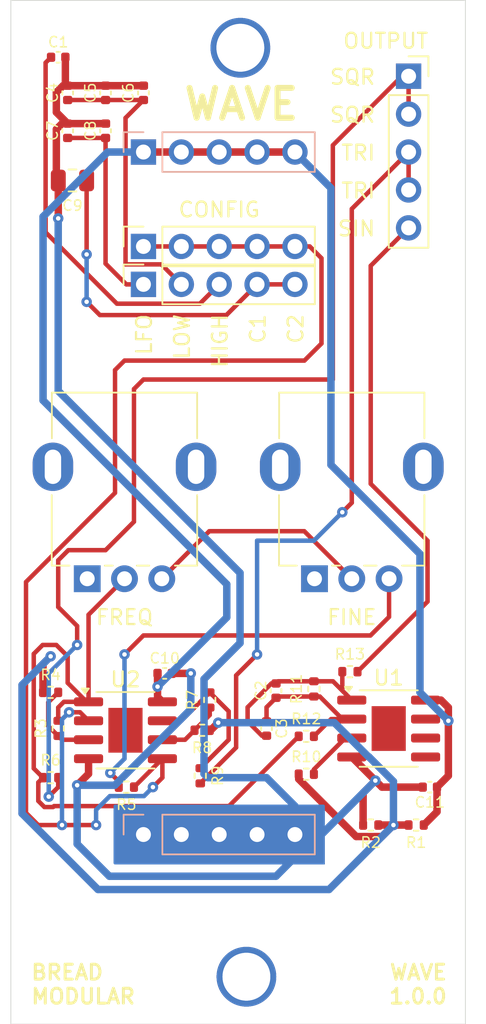
<source format=kicad_pcb>
(kicad_pcb (version 20240108) (generator "pcbnew") (generator_version "8.0")
  (layers (0 "F.Cu" signal) (31 "B.Cu" signal) (34 "B.Paste" user) (35 "F.Paste" user) (36 "B.SilkS" user "B.Silkscreen") (37 "F.SilkS" user "F.Silkscreen") (38 "B.Mask" user) (39 "F.Mask" user) (44 "Edge.Cuts" user))
  (net 0 "")
  (net 1 "GND")
  (net 2 "+5V")
  (net 3 "CAP_CUSTOM")
  (net 4 "CAP_CONNECT")
  (net 5 "CAP_LOW")
  (net 6 "CAP_LFO")
  (net 7 "CAP_HIGH")
  (net 8 "OUT_SQUARE")
  (net 9 "OUT_TRI")
  (net 10 "OUT_SINE")
  (net 11 "Net-(C2-Pad2)")
  (net 12 "Net-(U1A--)")
  (net 13 "+2.5V")
  (net 14 "Net-(U2A-+)")
  (net 15 "OPAMP_SQUARE")
  (net 16 "Net-(R5-Pad2)")
  (net 17 "Net-(R7-Pad2)")
  (net 18 "Net-(U2B--)")
  (net 19 "Net-(U1A-+)")
  (net 20 "Net-(RV1-Pad3)")
  (footprint "BreadModular_Pots:Potentiometer_RV09" (layer "F.Cu") (at 67.35 79.385 90)
    (property "Reference" "RV2")
    (property "Value" "1M")
    (fp_line (start 0.88 -2.38) (end 5.6 -2.38) (stroke (width 0.12)) (layer "F.SilkS"))
    (fp_line (start 9.41 -2.37) (end 12.47 -2.37) (stroke (width 0.12)) (layer "F.SilkS"))
    (fp_line (start 0.88 -1.19) (end 0.88 -2.37) (stroke (width 0.12)) (layer "F.SilkS"))
    (fp_line (start 0.88 1.71) (end 0.88 1.18) (stroke (width 0.12)) (layer "F.SilkS"))
    (fp_line (start 0.88 4.16) (end 0.88 3.33) (stroke (width 0.12)) (layer "F.SilkS"))
    (fp_line (start 12.47 7.37) (end 12.47 -2.37) (stroke (width 0.12)) (layer "F.SilkS"))
    (fp_line (start 9.41 7.37) (end 12.47 7.37) (stroke (width 0.12)) (layer "F.SilkS"))
    (fp_line (start 0.88 7.37) (end 0.88 5.88) (stroke (width 0.12)) (layer "F.SilkS"))
    (fp_line (start 0.88 7.37) (end 5.6 7.37) (stroke (width 0.12)) (layer "F.SilkS"))
    (pad "" thru_hole oval (at 7.5 -2.3 180) (size 2.72 3.24) (drill oval 1.1 2.3) (layers "*.Cu" "*.Mask"))
    (pad "" thru_hole oval (at 7.5 7.3 180) (size 2.72 3.24) (drill oval 1.1 2.3) (layers "*.Cu" "*.Mask"))
    (pad "1" thru_hole rect (at 0 0 180) (size 1.8 1.8) (drill 1) (layers "*.Cu" "*.Mask"))
    (pad "2" thru_hole circle (at 0 2.5 180) (size 1.8 1.8) (drill 1) (layers "*.Cu" "*.Mask") (net 20 "Net-(RV1-Pad3)"))
    (pad "3" thru_hole circle (at 0 5 180) (size 1.8 1.8) (drill 1) (layers "*.Cu" "*.Mask") (net 16 "Net-(R5-Pad2)"))
  )
  (footprint "Resistor_SMD:R_0402_1005Metric" (layer "F.Cu") (at 60.325 87.505 90)
    (property "Reference" "R7" (at 0 -1.17 90) (layer "F.SilkS") (effects (font (size 0.7 0.7) (thickness 0.1))))
    (property "Value" "100k")
    (fp_line (start -0.153641 -0.38) (end 0.153641 -0.38) (stroke (width 0.12)) (layer "F.SilkS"))
    (fp_line (start -0.153641 0.38) (end 0.153641 0.38) (stroke (width 0.12)) (layer "F.SilkS"))
    (pad "1" smd roundrect (at -0.51 0 90) (size 0.54 0.64) (layers "F.Cu" "F.Paste" "F.Mask") (net 18 "Net-(U2B--)"))
    (pad "2" smd roundrect (at 0.51 0 90) (size 0.54 0.64) (layers "F.Cu" "F.Paste" "F.Mask") (net 17 "Net-(R7-Pad2)"))
  )
  (footprint "Resistor_SMD:R_0402_1005Metric" (layer "F.Cu") (at 66.8 89.94)
    (property "Reference" "R12" (at 0 -1.17 0) (layer "F.SilkS") (effects (font (size 0.7 0.7) (thickness 0.1))))
    (property "Value" "10k")
    (fp_line (start -0.153641 -0.38) (end 0.153641 -0.38) (stroke (width 0.12)) (layer "F.SilkS"))
    (fp_line (start -0.153641 0.38) (end 0.153641 0.38) (stroke (width 0.12)) (layer "F.SilkS"))
    (pad "1" smd roundrect (at -0.51 0) (size 0.54 0.64) (layers "F.Cu" "F.Paste" "F.Mask") (net 15 "OPAMP_SQUARE"))
    (pad "2" smd roundrect (at 0.51 0) (size 0.54 0.64) (layers "F.Cu" "F.Paste" "F.Mask") (net 12 "Net-(U1A--)"))
  )
  (footprint "Resistor_SMD:R_0402_1005Metric" (layer "F.Cu") (at 49.655 86.995)
    (property "Reference" "R4" (at 0 -1.17 0) (layer "F.SilkS") (effects (font (size 0.7 0.7) (thickness 0.1))))
    (property "Value" "100k")
    (fp_line (start -0.153641 -0.38) (end 0.153641 -0.38) (stroke (width 0.12)) (layer "F.SilkS"))
    (fp_line (start -0.153641 0.38) (end 0.153641 0.38) (stroke (width 0.12)) (layer "F.SilkS"))
    (pad "1" smd roundrect (at -0.51 0) (size 0.54 0.64) (layers "F.Cu" "F.Paste" "F.Mask") (net 13 "+2.5V"))
    (pad "2" smd roundrect (at 0.51 0) (size 0.54 0.64) (layers "F.Cu" "F.Paste" "F.Mask") (net 14 "Net-(U2A-+)"))
  )
  (footprint "Resistor_SMD:R_0402_1005Metric" (layer "F.Cu") (at 49.655 92.71)
    (property "Reference" "R6" (at 0 -1.17 0) (layer "F.SilkS") (effects (font (size 0.7 0.7) (thickness 0.1))))
    (property "Value" "1k")
    (fp_line (start -0.153641 -0.38) (end 0.153641 -0.38) (stroke (width 0.12)) (layer "F.SilkS"))
    (fp_line (start -0.153641 0.38) (end 0.153641 0.38) (stroke (width 0.12)) (layer "F.SilkS"))
    (pad "1" smd roundrect (at -0.51 0) (size 0.54 0.64) (layers "F.Cu" "F.Paste" "F.Mask") (net 15 "OPAMP_SQUARE"))
    (pad "2" smd roundrect (at 0.51 0) (size 0.54 0.64) (layers "F.Cu" "F.Paste" "F.Mask") (net 8 "OUT_SQUARE"))
  )
  (footprint "Capacitor_SMD:C_0402_1005Metric" (layer "F.Cu") (at 57.305 85.725)
    (property "Reference" "C10" (at 0 -1.016 0) (layer "F.SilkS") (effects (font (size 0.7 0.7) (thickness 0.1))))
    (property "Value" "0.1uf")
    (fp_line (start -0.107836 -0.36) (end 0.107836 -0.36) (stroke (width 0.12)) (layer "F.SilkS"))
    (fp_line (start -0.107836 0.36) (end 0.107836 0.36) (stroke (width 0.12)) (layer "F.SilkS"))
    (pad "1" smd roundrect (at -0.48 0) (size 0.56 0.62) (layers "F.Cu" "F.Paste" "F.Mask") (net 2 "+5V"))
    (pad "2" smd roundrect (at 0.48 0) (size 0.56 0.62) (layers "F.Cu" "F.Paste" "F.Mask") (net 1 "GND"))
  )
  (footprint "Resistor_SMD:R_0402_1005Metric" (layer "F.Cu") (at 66.8 92.48)
    (property "Reference" "R10" (at 0 -1.17 0) (layer "F.SilkS") (effects (font (size 0.7 0.7) (thickness 0.1))))
    (property "Value" "100k")
    (fp_line (start -0.153641 -0.38) (end 0.153641 -0.38) (stroke (width 0.12)) (layer "F.SilkS"))
    (fp_line (start -0.153641 0.38) (end 0.153641 0.38) (stroke (width 0.12)) (layer "F.SilkS"))
    (pad "1" smd roundrect (at -0.51 0) (size 0.54 0.64) (layers "F.Cu" "F.Paste" "F.Mask") (net 13 "+2.5V"))
    (pad "2" smd roundrect (at 0.51 0) (size 0.54 0.64) (layers "F.Cu" "F.Paste" "F.Mask") (net 19 "Net-(U1A-+)"))
  )
  (footprint "BreadModular_Pots:Potentiometer_RV09" (layer "F.Cu") (at 52.11 79.385 90)
    (property "Reference" "RV1")
    (property "Value" "50k")
    (fp_line (start 0.88 -2.38) (end 5.6 -2.38) (stroke (width 0.12)) (layer "F.SilkS"))
    (fp_line (start 9.41 -2.37) (end 12.47 -2.37) (stroke (width 0.12)) (layer "F.SilkS"))
    (fp_line (start 0.88 -1.19) (end 0.88 -2.37) (stroke (width 0.12)) (layer "F.SilkS"))
    (fp_line (start 0.88 1.71) (end 0.88 1.18) (stroke (width 0.12)) (layer "F.SilkS"))
    (fp_line (start 0.88 4.16) (end 0.88 3.33) (stroke (width 0.12)) (layer "F.SilkS"))
    (fp_line (start 12.47 7.37) (end 12.47 -2.37) (stroke (width 0.12)) (layer "F.SilkS"))
    (fp_line (start 9.41 7.37) (end 12.47 7.37) (stroke (width 0.12)) (layer "F.SilkS"))
    (fp_line (start 0.88 7.37) (end 0.88 5.88) (stroke (width 0.12)) (layer "F.SilkS"))
    (fp_line (start 0.88 7.37) (end 5.6 7.37) (stroke (width 0.12)) (layer "F.SilkS"))
    (pad "" thru_hole oval (at 7.5 -2.3 180) (size 2.72 3.24) (drill oval 1.1 2.3) (layers "*.Cu" "*.Mask"))
    (pad "" thru_hole oval (at 7.5 7.3 180) (size 2.72 3.24) (drill oval 1.1 2.3) (layers "*.Cu" "*.Mask"))
    (pad "1" thru_hole rect (at 0 0 180) (size 1.8 1.8) (drill 1) (layers "*.Cu" "*.Mask"))
    (pad "2" thru_hole circle (at 0 2.5 180) (size 1.8 1.8) (drill 1) (layers "*.Cu" "*.Mask") (net 15 "OPAMP_SQUARE"))
    (pad "3" thru_hole circle (at 0 5 180) (size 1.8 1.8) (drill 1) (layers "*.Cu" "*.Mask") (net 20 "Net-(RV1-Pad3)"))
  )
  (footprint "Resistor_SMD:R_0402_1005Metric" (layer "F.Cu") (at 59.815 89.535 180)
    (property "Reference" "R8" (at 0 -1.17 0) (layer "F.SilkS") (effects (font (size 0.7 0.7) (thickness 0.1))))
    (property "Value" "100k")
    (fp_line (start -0.153641 0.38) (end 0.153641 0.38) (stroke (width 0.12)) (layer "F.SilkS"))
    (fp_line (start -0.153641 -0.38) (end 0.153641 -0.38) (stroke (width 0.12)) (layer "F.SilkS"))
    (pad "1" smd roundrect (at -0.51 0 180) (size 0.54 0.64) (layers "F.Cu" "F.Paste" "F.Mask") (net 13 "+2.5V"))
    (pad "2" smd roundrect (at 0.51 0 180) (size 0.54 0.64) (layers "F.Cu" "F.Paste" "F.Mask") (net 18 "Net-(U2B--)"))
  )
  (footprint "Capacitor_SMD:C_0402_1005Metric" (layer "F.Cu") (at 64.135 89.42 -90)
    (property "Reference" "C3" (at 0 -1.016 90) (layer "F.SilkS") (effects (font (size 0.7 0.7) (thickness 0.1))))
    (property "Value" "0.1uf")
    (fp_line (start -0.107836 0.36) (end 0.107836 0.36) (stroke (width 0.12)) (layer "F.SilkS"))
    (fp_line (start -0.107836 -0.36) (end 0.107836 -0.36) (stroke (width 0.12)) (layer "F.SilkS"))
    (pad "1" smd roundrect (at -0.48 0 270) (size 0.56 0.62) (layers "F.Cu" "F.Paste" "F.Mask") (net 12 "Net-(U1A--)"))
    (pad "2" smd roundrect (at 0.48 0 270) (size 0.56 0.62) (layers "F.Cu" "F.Paste" "F.Mask") (net 11 "Net-(C2-Pad2)"))
  )
  (footprint "Package_SO:SOIC-8-1EP_3.9x4.9mm_P1.27mm_EP2.29x3mm" (layer "F.Cu") (at 54.675 89.535)
    (property "Reference" "U2" (at 0 -3.4 0) (layer "F.SilkS"))
    (property "Value" "MCP6002-xSN")
    (fp_line (start 0 -2.56) (end -1.95 -2.56) (stroke (width 0.12)) (layer "F.SilkS"))
    (fp_line (start 0 -2.56) (end 1.95 -2.56) (stroke (width 0.12)) (layer "F.SilkS"))
    (fp_line (start 0 2.56) (end -1.95 2.56) (stroke (width 0.12)) (layer "F.SilkS"))
    (fp_line (start 0 2.56) (end 1.95 2.56) (stroke (width 0.12)) (layer "F.SilkS"))
    (fp_poly (pts (xy -2.7 -2.465) (xy -2.94 -2.795) (xy -2.46 -2.795) (xy -2.7 -2.465)) (stroke (width 0.12)) (fill solid) (layer "F.SilkS"))
    (pad "1" smd roundrect (at -2.475 -1.905) (size 1.95 0.6) (layers "F.Cu" "F.Paste" "F.Mask") (net 15 "OPAMP_SQUARE"))
    (pad "2" smd roundrect (at -2.475 -0.635) (size 1.95 0.6) (layers "F.Cu" "F.Paste" "F.Mask") (net 4 "CAP_CONNECT"))
    (pad "3" smd roundrect (at -2.475 0.635) (size 1.95 0.6) (layers "F.Cu" "F.Paste" "F.Mask") (net 14 "Net-(U2A-+)"))
    (pad "4" smd roundrect (at -2.475 1.905) (size 1.95 0.6) (layers "F.Cu" "F.Paste" "F.Mask") (net 1 "GND"))
    (pad "5" smd roundrect (at 2.475 1.905) (size 1.95 0.6) (layers "F.Cu" "F.Paste" "F.Mask") (net 4 "CAP_CONNECT"))
    (pad "6" smd roundrect (at 2.475 0.635) (size 1.95 0.6) (layers "F.Cu" "F.Paste" "F.Mask") (net 18 "Net-(U2B--)"))
    (pad "7" smd roundrect (at 2.475 -0.635) (size 1.95 0.6) (layers "F.Cu" "F.Paste" "F.Mask") (net 17 "Net-(R7-Pad2)"))
    (pad "8" smd roundrect (at 2.475 -1.905) (size 1.95 0.6) (layers "F.Cu" "F.Paste" "F.Mask") (net 2 "+5V"))
    (pad "9" smd rect (at 0 0) (size 2.29 3) (property pad_prop_heatsink) (layers "F.Cu" "F.Mask"))
  )
  (footprint "Resistor_SMD:R_0402_1005Metric" (layer "F.Cu") (at 71.12 95.885 180)
    (property "Reference" "R2" (at 0 -1.17 0) (layer "F.SilkS") (effects (font (size 0.7 0.7) (thickness 0.1))))
    (property "Value" "1k")
    (fp_line (start -0.153641 0.38) (end 0.153641 0.38) (stroke (width 0.12)) (layer "F.SilkS"))
    (fp_line (start -0.153641 -0.38) (end 0.153641 -0.38) (stroke (width 0.12)) (layer "F.SilkS"))
    (pad "1" smd roundrect (at -0.51 0 180) (size 0.54 0.64) (layers "F.Cu" "F.Paste" "F.Mask") (net 13 "+2.5V"))
    (pad "2" smd roundrect (at 0.51 0 180) (size 0.54 0.64) (layers "F.Cu" "F.Paste" "F.Mask") (net 1 "GND"))
  )
  (footprint "Capacitor_SMD:C_0402_1005Metric" (layer "F.Cu") (at 50.8 46.835 90)
    (property "Reference" "C4" (at 0 -1.016 90) (layer "F.SilkS") (effects (font (size 0.7 0.7) (thickness 0.1))))
    (property "Value" "10nf")
    (fp_line (start -0.107836 -0.36) (end 0.107836 -0.36) (stroke (width 0.12)) (layer "F.SilkS"))
    (fp_line (start -0.107836 0.36) (end 0.107836 0.36) (stroke (width 0.12)) (layer "F.SilkS"))
    (pad "1" smd roundrect (at -0.48 0 90) (size 0.56 0.62) (layers "F.Cu" "F.Paste" "F.Mask") (net 5 "CAP_LOW"))
    (pad "2" smd roundrect (at 0.48 0 90) (size 0.56 0.62) (layers "F.Cu" "F.Paste" "F.Mask") (net 1 "GND"))
  )
  (footprint "Capacitor_SMD:C_0402_1005Metric" (layer "F.Cu") (at 75.085 93.345 180)
    (property "Reference" "C11" (at 0 -1.016 0) (layer "F.SilkS") (effects (font (size 0.7 0.7) (thickness 0.1))))
    (property "Value" "0.1uf")
    (fp_line (start -0.107836 0.36) (end 0.107836 0.36) (stroke (width 0.12)) (layer "F.SilkS"))
    (fp_line (start -0.107836 -0.36) (end 0.107836 -0.36) (stroke (width 0.12)) (layer "F.SilkS"))
    (pad "1" smd roundrect (at -0.48 0 180) (size 0.56 0.62) (layers "F.Cu" "F.Paste" "F.Mask") (net 2 "+5V"))
    (pad "2" smd roundrect (at 0.48 0 180) (size 0.56 0.62) (layers "F.Cu" "F.Paste" "F.Mask") (net 1 "GND"))
  )
  (footprint "Connector_PinSocket_2.54mm:PinSocket_1x05_P2.54mm_Vertical" (layer "F.Cu") (at 55.88 57.125 90)
    (property "Reference" "INPUT1")
    (property "Value" "Cap Connect")
    (fp_line (start 1.33 -1.33) (end 1.33 0) (stroke (width 0.12)) (layer "F.SilkS"))
    (fp_line (start 0 -1.33) (end 1.33 -1.33) (stroke (width 0.12)) (layer "F.SilkS"))
    (fp_line (start 1.33 1.27) (end 1.33 11.49) (stroke (width 0.12)) (layer "F.SilkS"))
    (fp_line (start -1.33 1.27) (end 1.33 1.27) (stroke (width 0.12)) (layer "F.SilkS"))
    (fp_line (start -1.33 1.27) (end -1.33 11.49) (stroke (width 0.12)) (layer "F.SilkS"))
    (fp_line (start -1.33 11.49) (end 1.33 11.49) (stroke (width 0.12)) (layer "F.SilkS"))
    (pad "1" thru_hole rect (at 0 0 90) (size 1.7 1.7) (drill 1) (layers "*.Cu" "*.Mask") (net 4 "CAP_CONNECT"))
    (pad "2" thru_hole oval (at 0 2.54 90) (size 1.7 1.7) (drill 1) (layers "*.Cu" "*.Mask") (net 4 "CAP_CONNECT"))
    (pad "3" thru_hole oval (at 0 5.08 90) (size 1.7 1.7) (drill 1) (layers "*.Cu" "*.Mask") (net 4 "CAP_CONNECT"))
    (pad "4" thru_hole oval (at 0 7.62 90) (size 1.7 1.7) (drill 1) (layers "*.Cu" "*.Mask") (net 4 "CAP_CONNECT"))
    (pad "5" thru_hole oval (at 0 10.16 90) (size 1.7 1.7) (drill 1) (layers "*.Cu" "*.Mask") (net 4 "CAP_CONNECT"))
  )
  (footprint "Capacitor_SMD:C_0805_2012Metric" (layer "F.Cu") (at 51.12 52.705 180)
    (property "Reference" "C9" (at 0 -1.68 0) (layer "F.SilkS") (effects (font (size 0.7 0.7) (thickness 0.1))))
    (property "Value" "22uf")
    (fp_line (start -0.261252 0.735) (end 0.261252 0.735) (stroke (width 0.12)) (layer "F.SilkS"))
    (fp_line (start -0.261252 -0.735) (end 0.261252 -0.735) (stroke (width 0.12)) (layer "F.SilkS"))
    (pad "1" smd roundrect (at -0.95 0 180) (size 1 1.45) (layers "F.Cu" "F.Paste" "F.Mask") (net 3 "CAP_CUSTOM"))
    (pad "2" smd roundrect (at 0.95 0 180) (size 1 1.45) (layers "F.Cu" "F.Paste" "F.Mask") (net 1 "GND"))
  )
  (footprint "Resistor_SMD:R_0402_1005Metric" (layer "F.Cu") (at 69.725 85.61)
    (property "Reference" "R13" (at 0 -1.17 0) (layer "F.SilkS") (effects (font (size 0.7 0.7) (thickness 0.1))))
    (property "Value" "1k")
    (fp_line (start -0.153641 -0.38) (end 0.153641 -0.38) (stroke (width 0.12)) (layer "F.SilkS"))
    (fp_line (start -0.153641 0.38) (end 0.153641 0.38) (stroke (width 0.12)) (layer "F.SilkS"))
    (pad "1" smd roundrect (at -0.51 0) (size 0.54 0.64) (layers "F.Cu" "F.Paste" "F.Mask") (net 11 "Net-(C2-Pad2)"))
    (pad "2" smd roundrect (at 0.51 0) (size 0.54 0.64) (layers "F.Cu" "F.Paste" "F.Mask") (net 10 "OUT_SINE"))
  )
  (footprint "Connector_PinSocket_2.54mm:PinSocket_1x05_P2.54mm_Vertical" (layer "F.Cu") (at 55.88 59.665 90)
    (property "Reference" "INPUT2")
    (property "Value" "Caps")
    (fp_line (start 1.33 -1.33) (end 1.33 0) (stroke (width 0.12)) (layer "F.SilkS"))
    (fp_line (start 0 -1.33) (end 1.33 -1.33) (stroke (width 0.12)) (layer "F.SilkS"))
    (fp_line (start 1.33 1.27) (end 1.33 11.49) (stroke (width 0.12)) (layer "F.SilkS"))
    (fp_line (start -1.33 1.27) (end 1.33 1.27) (stroke (width 0.12)) (layer "F.SilkS"))
    (fp_line (start -1.33 1.27) (end -1.33 11.49) (stroke (width 0.12)) (layer "F.SilkS"))
    (fp_line (start -1.33 11.49) (end 1.33 11.49) (stroke (width 0.12)) (layer "F.SilkS"))
    (pad "1" thru_hole rect (at 0 0 90) (size 1.7 1.7) (drill 1) (layers "*.Cu" "*.Mask") (net 6 "CAP_LFO"))
    (pad "2" thru_hole oval (at 0 2.54 90) (size 1.7 1.7) (drill 1) (layers "*.Cu" "*.Mask") (net 5 "CAP_LOW"))
    (pad "3" thru_hole oval (at 0 5.08 90) (size 1.7 1.7) (drill 1) (layers "*.Cu" "*.Mask") (net 7 "CAP_HIGH"))
    (pad "4" thru_hole oval (at 0 7.62 90) (size 1.7 1.7) (drill 1) (layers "*.Cu" "*.Mask") (net 3 "CAP_CUSTOM"))
    (pad "5" thru_hole oval (at 0 10.16 90) (size 1.7 1.7) (drill 1) (layers "*.Cu" "*.Mask") (net 3 "CAP_CUSTOM"))
  )
  (footprint "Capacitor_SMD:C_0402_1005Metric" (layer "F.Cu") (at 50.8 49.375 90)
    (property "Reference" "C7" (at 0 -1.016 90) (layer "F.SilkS") (effects (font (size 0.7 0.7) (thickness 0.1))))
    (property "Value" "1uf")
    (fp_line (start -0.107836 -0.36) (end 0.107836 -0.36) (stroke (width 0.12)) (layer "F.SilkS"))
    (fp_line (start -0.107836 0.36) (end 0.107836 0.36) (stroke (width 0.12)) (layer "F.SilkS"))
    (pad "1" smd roundrect (at -0.48 0 90) (size 0.56 0.62) (layers "F.Cu" "F.Paste" "F.Mask") (net 6 "CAP_LFO"))
    (pad "2" smd roundrect (at 0.48 0 90) (size 0.56 0.62) (layers "F.Cu" "F.Paste" "F.Mask") (net 1 "GND"))
  )
  (footprint "Connector_PinSocket_2.54mm:PinSocket_1x05_P2.54mm_Vertical" (layer "F.Cu") (at 73.66 45.72)
    (property "Reference" "OUTPUT2")
    (property "Value" "Output Waves")
    (fp_line (start -1.33 1.27) (end -1.33 11.49) (stroke (width 0.12)) (layer "F.SilkS"))
    (fp_line (start -1.33 1.27) (end 1.33 1.27) (stroke (width 0.12)) (layer "F.SilkS"))
    (fp_line (start -1.33 11.49) (end 1.33 11.49) (stroke (width 0.12)) (layer "F.SilkS"))
    (fp_line (start 0 -1.33) (end 1.33 -1.33) (stroke (width 0.12)) (layer "F.SilkS"))
    (fp_line (start 1.33 -1.33) (end 1.33 0) (stroke (width 0.12)) (layer "F.SilkS"))
    (fp_line (start 1.33 1.27) (end 1.33 11.49) (stroke (width 0.12)) (layer "F.SilkS"))
    (pad "1" thru_hole rect (at 0 0) (size 1.7 1.7) (drill 1) (layers "*.Cu" "*.Mask") (net 8 "OUT_SQUARE"))
    (pad "2" thru_hole oval (at 0 2.54) (size 1.7 1.7) (drill 1) (layers "*.Cu" "*.Mask") (net 8 "OUT_SQUARE"))
    (pad "3" thru_hole oval (at 0 5.08) (size 1.7 1.7) (drill 1) (layers "*.Cu" "*.Mask") (net 9 "OUT_TRI"))
    (pad "4" thru_hole oval (at 0 7.62) (size 1.7 1.7) (drill 1) (layers "*.Cu" "*.Mask") (net 9 "OUT_TRI"))
    (pad "5" thru_hole oval (at 0 10.16) (size 1.7 1.7) (drill 1) (layers "*.Cu" "*.Mask") (net 10 "OUT_SINE"))
  )
  (footprint "Capacitor_SMD:C_0402_1005Metric" (layer "F.Cu") (at 64.77 86.88 90)
    (property "Reference" "C2" (at 0 -1.016 90) (layer "F.SilkS") (effects (font (size 0.7 0.7) (thickness 0.1))))
    (property "Value" "0.1uf")
    (fp_line (start -0.107836 -0.36) (end 0.107836 -0.36) (stroke (width 0.12)) (layer "F.SilkS"))
    (fp_line (start -0.107836 0.36) (end 0.107836 0.36) (stroke (width 0.12)) (layer "F.SilkS"))
    (pad "1" smd roundrect (at -0.48 0 90) (size 0.56 0.62) (layers "F.Cu" "F.Paste" "F.Mask") (net 12 "Net-(U1A--)"))
    (pad "2" smd roundrect (at 0.48 0 90) (size 0.56 0.62) (layers "F.Cu" "F.Paste" "F.Mask") (net 11 "Net-(C2-Pad2)"))
  )
  (footprint "Resistor_SMD:R_0402_1005Metric" (layer "F.Cu") (at 50.165 89.41 90)
    (property "Reference" "R3" (at 0 -1.17 90) (layer "F.SilkS") (effects (font (size 0.7 0.7) (thickness 0.1))))
    (property "Value" "100k")
    (fp_line (start -0.153641 -0.38) (end 0.153641 -0.38) (stroke (width 0.12)) (layer "F.SilkS"))
    (fp_line (start -0.153641 0.38) (end 0.153641 0.38) (stroke (width 0.12)) (layer "F.SilkS"))
    (pad "1" smd roundrect (at -0.51 0 90) (size 0.54 0.64) (layers "F.Cu" "F.Paste" "F.Mask") (net 14 "Net-(U2A-+)"))
    (pad "2" smd roundrect (at 0.51 0 90) (size 0.54 0.64) (layers "F.Cu" "F.Paste" "F.Mask") (net 15 "OPAMP_SQUARE"))
  )
  (footprint "Resistor_SMD:R_0402_1005Metric" (layer "F.Cu") (at 59.69 92.585 -90)
    (property "Reference" "R9" (at 0 -1.17 90) (layer "F.SilkS") (effects (font (size 0.7 0.7) (thickness 0.1))))
    (property "Value" "1k")
    (fp_line (start -0.153641 0.38) (end 0.153641 0.38) (stroke (width 0.12)) (layer "F.SilkS"))
    (fp_line (start -0.153641 -0.38) (end 0.153641 -0.38) (stroke (width 0.12)) (layer "F.SilkS"))
    (pad "1" smd roundrect (at -0.51 0 270) (size 0.54 0.64) (layers "F.Cu" "F.Paste" "F.Mask") (net 17 "Net-(R7-Pad2)"))
    (pad "2" smd roundrect (at 0.51 0 270) (size 0.54 0.64) (layers "F.Cu" "F.Paste" "F.Mask") (net 9 "OUT_TRI"))
  )
  (footprint "Capacitor_SMD:C_0402_1005Metric" (layer "F.Cu") (at 50.165 44.45)
    (property "Reference" "C1" (at 0 -1.016 0) (layer "F.SilkS") (effects (font (size 0.7 0.7) (thickness 0.1))))
    (property "Value" "1nf")
    (fp_line (start -0.107836 -0.36) (end 0.107836 -0.36) (stroke (width 0.12)) (layer "F.SilkS"))
    (fp_line (start -0.107836 0.36) (end 0.107836 0.36) (stroke (width 0.12)) (layer "F.SilkS"))
    (pad "1" smd roundrect (at -0.48 0) (size 0.56 0.62) (layers "F.Cu" "F.Paste" "F.Mask") (net 7 "CAP_HIGH"))
    (pad "2" smd roundrect (at 0.48 0) (size 0.56 0.62) (layers "F.Cu" "F.Paste" "F.Mask") (net 1 "GND"))
  )
  (footprint "Package_SO:SOIC-8-1EP_3.9x4.9mm_P1.27mm_EP2.29x3mm" (layer "F.Cu") (at 72.325 89.42)
    (property "Reference" "U1" (at 0 -3.4 0) (layer "F.SilkS"))
    (property "Value" "MCP6002-xSN")
    (fp_line (start 0 -2.56) (end -1.95 -2.56) (stroke (width 0.12)) (layer "F.SilkS"))
    (fp_line (start 0 -2.56) (end 1.95 -2.56) (stroke (width 0.12)) (layer "F.SilkS"))
    (fp_line (start 0 2.56) (end -1.95 2.56) (stroke (width 0.12)) (layer "F.SilkS"))
    (fp_line (start 0 2.56) (end 1.95 2.56) (stroke (width 0.12)) (layer "F.SilkS"))
    (fp_poly (pts (xy -2.7 -2.465) (xy -2.94 -2.795) (xy -2.46 -2.795) (xy -2.7 -2.465)) (stroke (width 0.12)) (fill solid) (layer "F.SilkS"))
    (pad "1" smd roundrect (at -2.475 -1.905) (size 1.95 0.6) (layers "F.Cu" "F.Paste" "F.Mask") (net 11 "Net-(C2-Pad2)"))
    (pad "2" smd roundrect (at -2.475 -0.635) (size 1.95 0.6) (layers "F.Cu" "F.Paste" "F.Mask") (net 12 "Net-(U1A--)"))
    (pad "3" smd roundrect (at -2.475 0.635) (size 1.95 0.6) (layers "F.Cu" "F.Paste" "F.Mask") (net 19 "Net-(U1A-+)"))
    (pad "4" smd roundrect (at -2.475 1.905) (size 1.95 0.6) (layers "F.Cu" "F.Paste" "F.Mask") (net 1 "GND"))
    (pad "5" smd roundrect (at 2.475 1.905) (size 1.95 0.6) (layers "F.Cu" "F.Paste" "F.Mask"))
    (pad "6" smd roundrect (at 2.475 0.635) (size 1.95 0.6) (layers "F.Cu" "F.Paste" "F.Mask"))
    (pad "7" smd roundrect (at 2.475 -0.635) (size 1.95 0.6) (layers "F.Cu" "F.Paste" "F.Mask"))
    (pad "8" smd roundrect (at 2.475 -1.905) (size 1.95 0.6) (layers "F.Cu" "F.Paste" "F.Mask") (net 2 "+5V"))
    (pad "9" smd rect (at 0 0) (size 2.29 3) (property pad_prop_heatsink) (layers "F.Cu" "F.Mask"))
  )
  (footprint "Resistor_SMD:R_0402_1005Metric" (layer "F.Cu") (at 67.31 86.765 90)
    (property "Reference" "R11" (at 0 -1.17 90) (layer "F.SilkS") (effects (font (size 0.7 0.7) (thickness 0.1))))
    (property "Value" "100k")
    (fp_line (start -0.153641 -0.38) (end 0.153641 -0.38) (stroke (width 0.12)) (layer "F.SilkS"))
    (fp_line (start -0.153641 0.38) (end 0.153641 0.38) (stroke (width 0.12)) (layer "F.SilkS"))
    (pad "1" smd roundrect (at -0.51 0 90) (size 0.54 0.64) (layers "F.Cu" "F.Paste" "F.Mask") (net 12 "Net-(U1A--)"))
    (pad "2" smd roundrect (at 0.51 0 90) (size 0.54 0.64) (layers "F.Cu" "F.Paste" "F.Mask") (net 11 "Net-(C2-Pad2)"))
  )
  (footprint "Resistor_SMD:R_0402_1005Metric" (layer "F.Cu") (at 74.166 95.885 180)
    (property "Reference" "R1" (at 0 -1.17 0) (layer "F.SilkS") (effects (font (size 0.7 0.7) (thickness 0.1))))
    (property "Value" "1k")
    (fp_line (start -0.153641 0.38) (end 0.153641 0.38) (stroke (width 0.12)) (layer "F.SilkS"))
    (fp_line (start -0.153641 -0.38) (end 0.153641 -0.38) (stroke (width 0.12)) (layer "F.SilkS"))
    (pad "1" smd roundrect (at -0.51 0 180) (size 0.54 0.64) (layers "F.Cu" "F.Paste" "F.Mask") (net 2 "+5V"))
    (pad "2" smd roundrect (at 0.51 0 180) (size 0.54 0.64) (layers "F.Cu" "F.Paste" "F.Mask") (net 13 "+2.5V"))
  )
  (footprint "Capacitor_SMD:C_0402_1005Metric" (layer "F.Cu") (at 55.88 46.835 90)
    (property "Reference" "C6" (at 0 -1.016 90) (layer "F.SilkS") (effects (font (size 0.7 0.7) (thickness 0.1))))
    (property "Value" "10nf")
    (fp_line (start -0.107836 -0.36) (end 0.107836 -0.36) (stroke (width 0.12)) (layer "F.SilkS"))
    (fp_line (start -0.107836 0.36) (end 0.107836 0.36) (stroke (width 0.12)) (layer "F.SilkS"))
    (pad "1" smd roundrect (at -0.48 0 90) (size 0.56 0.62) (layers "F.Cu" "F.Paste" "F.Mask") (net 5 "CAP_LOW"))
    (pad "2" smd roundrect (at 0.48 0 90) (size 0.56 0.62) (layers "F.Cu" "F.Paste" "F.Mask") (net 1 "GND"))
  )
  (footprint "Capacitor_SMD:C_0402_1005Metric" (layer "F.Cu") (at 53.34 46.835 90)
    (property "Reference" "C5" (at 0 -1.016 90) (layer "F.SilkS") (effects (font (size 0.7 0.7) (thickness 0.1))))
    (property "Value" "10nf")
    (fp_line (start -0.107836 -0.36) (end 0.107836 -0.36) (stroke (width 0.12)) (layer "F.SilkS"))
    (fp_line (start -0.107836 0.36) (end 0.107836 0.36) (stroke (width 0.12)) (layer "F.SilkS"))
    (pad "1" smd roundrect (at -0.48 0 90) (size 0.56 0.62) (layers "F.Cu" "F.Paste" "F.Mask") (net 5 "CAP_LOW"))
    (pad "2" smd roundrect (at 0.48 0 90) (size 0.56 0.62) (layers "F.Cu" "F.Paste" "F.Mask") (net 1 "GND"))
  )
  (footprint "Capacitor_SMD:C_0402_1005Metric" (layer "F.Cu") (at 53.34 49.375 90)
    (property "Reference" "C8" (at 0 -1.016 90) (layer "F.SilkS") (effects (font (size 0.7 0.7) (thickness 0.1))))
    (property "Value" "1uf")
    (fp_line (start -0.107836 -0.36) (end 0.107836 -0.36) (stroke (width 0.12)) (layer "F.SilkS"))
    (fp_line (start -0.107836 0.36) (end 0.107836 0.36) (stroke (width 0.12)) (layer "F.SilkS"))
    (pad "1" smd roundrect (at -0.48 0 90) (size 0.56 0.62) (layers "F.Cu" "F.Paste" "F.Mask") (net 6 "CAP_LFO"))
    (pad "2" smd roundrect (at 0.48 0 90) (size 0.56 0.62) (layers "F.Cu" "F.Paste" "F.Mask") (net 1 "GND"))
  )
  (footprint "Resistor_SMD:R_0402_1005Metric" (layer "F.Cu") (at 54.735 93.345 180)
    (property "Reference" "R5" (at 0 -1.17 0) (layer "F.SilkS") (effects (font (size 0.7 0.7) (thickness 0.1))))
    (property "Value" "10k")
    (fp_line (start -0.153641 0.38) (end 0.153641 0.38) (stroke (width 0.12)) (layer "F.SilkS"))
    (fp_line (start -0.153641 -0.38) (end 0.153641 -0.38) (stroke (width 0.12)) (layer "F.SilkS"))
    (pad "1" smd roundrect (at -0.51 0 180) (size 0.54 0.64) (layers "F.Cu" "F.Paste" "F.Mask") (net 4 "CAP_CONNECT"))
    (pad "2" smd roundrect (at 0.51 0 180) (size 0.54 0.64) (layers "F.Cu" "F.Paste" "F.Mask") (net 16 "Net-(R5-Pad2)"))
  )
  (footprint "Connector_PinHeader_2.54mm:PinHeader_1x05_P2.54mm_Vertical" (layer "B.Cu") (at 55.88 96.52 -90)
    (property "Reference" "GND1" (hide yes))
    (property "Value" "Conn_01x05_Pin")
    (fp_line (start -1.33 1.33) (end -1.33 0) (stroke (width 0.12)) (layer "B.SilkS"))
    (fp_line (start 0 1.33) (end -1.33 1.33) (stroke (width 0.12)) (layer "B.SilkS"))
    (fp_line (start 1.33 -1.27) (end -1.33 -1.27) (stroke (width 0.12)) (layer "B.SilkS"))
    (fp_line (start -1.33 -11.49) (end -1.33 -1.27) (stroke (width 0.12)) (layer "B.SilkS"))
    (fp_line (start 1.33 -11.49) (end 1.33 -1.27) (stroke (width 0.12)) (layer "B.SilkS"))
    (fp_line (start 1.33 -11.49) (end -1.33 -11.49) (stroke (width 0.12)) (layer "B.SilkS"))
    (pad "1" thru_hole rect (at 0 0 270) (size 1.7 1.7) (drill 1) (layers "*.Cu" "*.Mask") (net 1 "GND"))
    (pad "2" thru_hole oval (at 0 -2.54 270) (size 1.7 1.7) (drill 1) (layers "*.Cu" "*.Mask") (net 1 "GND"))
    (pad "3" thru_hole oval (at 0 -5.08 270) (size 1.7 1.7) (drill 1) (layers "*.Cu" "*.Mask") (net 1 "GND"))
    (pad "4" thru_hole oval (at 0 -7.62 270) (size 1.7 1.7) (drill 1) (layers "*.Cu" "*.Mask") (net 1 "GND"))
    (pad "5" thru_hole oval (at 0 -10.16 270) (size 1.7 1.7) (drill 1) (layers "*.Cu" "*.Mask") (net 1 "GND"))
  )
  (footprint "Connector_PinHeader_2.54mm:PinHeader_1x05_P2.54mm_Vertical" (layer "B.Cu") (at 55.88 50.8 -90)
    (property "Reference" "5V1" (hide yes))
    (property "Value" "Conn_01x05_Pin")
    (fp_line (start -1.33 1.33) (end -1.33 0) (stroke (width 0.12)) (layer "B.SilkS"))
    (fp_line (start 0 1.33) (end -1.33 1.33) (stroke (width 0.12)) (layer "B.SilkS"))
    (fp_line (start 1.33 -1.27) (end -1.33 -1.27) (stroke (width 0.12)) (layer "B.SilkS"))
    (fp_line (start -1.33 -11.49) (end -1.33 -1.27) (stroke (width 0.12)) (layer "B.SilkS"))
    (fp_line (start 1.33 -11.49) (end 1.33 -1.27) (stroke (width 0.12)) (layer "B.SilkS"))
    (fp_line (start 1.33 -11.49) (end -1.33 -11.49) (stroke (width 0.12)) (layer "B.SilkS"))
    (pad "1" thru_hole rect (at 0 0 270) (size 1.7 1.7) (drill 1) (layers "*.Cu" "*.Mask") (net 2 "+5V"))
    (pad "2" thru_hole oval (at 0 -2.54 270) (size 1.7 1.7) (drill 1) (layers "*.Cu" "*.Mask") (net 2 "+5V"))
    (pad "3" thru_hole oval (at 0 -5.08 270) (size 1.7 1.7) (drill 1) (layers "*.Cu" "*.Mask") (net 2 "+5V"))
    (pad "4" thru_hole oval (at 0 -7.62 270) (size 1.7 1.7) (drill 1) (layers "*.Cu" "*.Mask") (net 2 "+5V"))
    (pad "5" thru_hole oval (at 0 -10.16 270) (size 1.7 1.7) (drill 1) (layers "*.Cu" "*.Mask") (net 2 "+5V"))
  )
  (gr_poly (pts (xy 53.975 94.615) (xy 67.945 94.615) (xy 67.945 98.425) (xy 53.975 98.425)) (stroke (width 0.2)) (fill solid) (layer "B.Cu") (net 1))
  (gr_line (start 46.99 109.22) (end 77.47 109.22) (stroke (width 0.05)) (layer "Edge.Cuts"))
  (gr_line (start 77.47 40.64) (end 46.99 40.64) (stroke (width 0.05)) (layer "Edge.Cuts"))
  (gr_line (start 46.99 40.64) (end 46.99 109.22) (stroke (width 0.05)) (layer "Edge.Cuts"))
  (gr_line (start 77.47 109.22) (end 77.47 40.64) (stroke (width 0.05)) (layer "Edge.Cuts"))
  (gr_text "SQR" (at 71.501 46.355 0) (layer "F.SilkS") (effects (font (size 1 1)) (justify right bottom)))
  (gr_text "HIGH" (at 61.595 61.57 90) (layer "F.SilkS") (effects (font (size 1 1)) (justify right bottom)))
  (gr_text "SQR" (at 71.501 48.895 0) (layer "F.SilkS") (effects (font (size 1 1)) (justify right bottom)))
  (gr_text "C1" (at 64.135 61.57 90) (layer "F.SilkS") (effects (font (size 1 1)) (justify right bottom)))
  (gr_text "TRI" (at 71.501 53.975 0) (layer "F.SilkS") (effects (font (size 1 1)) (justify right bottom)))
  (gr_text "WAVE\n1.0.0" (at 76.327 107.95 0) (layer "F.SilkS") (effects (font (size 1 1) (thickness 0.2) (bold yes)) (justify right bottom)))
  (gr_text "WAVE" (at 58.42 48.768 0) (layer "F.SilkS") (effects (font (size 2 2) (thickness 0.4) (bold yes)) (justify left bottom)))
  (gr_text "LOW" (at 59.055 61.57 90) (layer "F.SilkS") (effects (font (size 1 1)) (justify right bottom)))
  (gr_text "FREQ" (at 54.61 82.55 0) (layer "F.SilkS") (effects (font (size 1 1)) (justify bottom)))
  (gr_text "TRI" (at 71.501 51.435 0) (layer "F.SilkS") (effects (font (size 1 1)) (justify right bottom)))
  (gr_text "C2" (at 66.675 61.57 90) (layer "F.SilkS") (effects (font (size 1 1)) (justify right bottom)))
  (gr_text "OUTPUT" (at 75.057 43.942 0) (layer "F.SilkS") (effects (font (size 1 1)) (justify right bottom)))
  (gr_text "FINE" (at 69.85 82.55 0) (layer "F.SilkS") (effects (font (size 1 1)) (justify bottom)))
  (gr_text "SIN" (at 71.501 56.515 0) (layer "F.SilkS") (effects (font (size 1 1)) (justify right bottom)))
  (gr_text "CONFIG" (at 60.96 55.245 0) (layer "F.SilkS") (effects (font (size 1 1)) (justify bottom)))
  (gr_text "BREAD\nMODULAR" (at 48.26 107.95 0) (layer "F.SilkS") (effects (font (size 1 1) (thickness 0.2) (bold yes)) (justify left bottom)))
  (gr_text "LFO" (at 56.515 61.57 90) (layer "F.SilkS") (effects (font (size 1 1)) (justify right bottom)))
  (via (at 62.37758 43.815) (size 4) (drill 3.2) (layers "F.Cu" "B.Cu") (net 0))
  (via (at 62.784908 106.045) (size 4) (drill 3.2) (layers "F.Cu" "B.Cu") (net 0))
  (via (at 62.37758 43.815) (size 4) (drill 3.2) (layers "F.Cu" "B.Cu") (net 0))
  (via (at 62.784908 106.045) (size 4) (drill 3.2) (layers "F.Cu" "B.Cu") (net 0))
  (via (at 62.784908 106.045) (size 4) (drill 3.2) (layers "F.Cu" "B.Cu") (net 0))
  (via (at 62.784908 106.045) (size 4) (drill 3.2) (layers "F.Cu" "B.Cu") (net 0))
  (via (at 62.37758 43.815) (size 4) (drill 3.2) (layers "F.Cu" "B.Cu") (net 0))
  (via (at 62.37758 43.815) (size 4) (drill 3.2) (layers "F.Cu" "B.Cu") (net 0))
  (segment (start 52.2 91.44) (end 52.2 92.453) (width 0.5) (layer "F.Cu") (net 1))
  (segment (start 50.04 49.274) (end 50.419 48.895) (width 0.5) (layer "F.Cu") (net 1))
  (segment (start 50.8 48.895) (end 53.34 48.895) (width 0.5) (layer "F.Cu") (net 1))
  (segment (start 55.88 96.52) (end 66.04 96.52) (width 0.5) (layer "F.Cu") (net 1))
  (segment (start 50.04 46.805001) (end 50.490001 46.355) (width 0.5) (layer "F.Cu") (net 1))
  (segment (start 50.17 52.705) (end 50.17 55.24) (width 0.5) (layer "F.Cu") (net 1))
  (segment (start 50.17 52.705) (end 50.04 52.575) (width 0.5) (layer "F.Cu") (net 1))
  (segment (start 55.88 46.355) (end 50.8 46.355) (width 0.5) (layer "F.Cu") (net 1))
  (segment (start 70.61 93.728) (end 71.4315 92.9065) (width 0.5) (layer "F.Cu") (net 1))
  (segment (start 50.645 46.2) (end 50.8 46.355) (width 0.5) (layer "F.Cu") (net 1))
  (segment (start 57.785 85.725) (end 59.055 85.725) (width 0.5) (layer "F.Cu") (net 1))
  (segment (start 50.04 52.575) (end 50.04 49.274) (width 0.5) (layer "F.Cu") (net 1))
  (segment (start 50.8 48.895) (end 50.04 48.135) (width 0.5) (layer "F.Cu") (net 1))
  (segment (start 50.419 48.895) (end 50.8 48.895) (width 0.5) (layer "F.Cu") (net 1))
  (segment (start 50.17 55.24) (end 50.165 55.245) (width 0.5) (layer "F.Cu") (net 1))
  (segment (start 69.85 91.325) (end 71.4315 92.9065) (width 0.5) (layer "F.Cu") (net 1))
  (segment (start 50.04 48.135) (end 50.04 46.805001) (width 0.5) (layer "F.Cu") (net 1))
  (segment (start 71.87 93.345) (end 74.605 93.345) (width 0.5) (layer "F.Cu") (net 1))
  (segment (start 52.2 92.453) (end 51.435 93.218) (width 0.5) (layer "F.Cu") (net 1))
  (segment (start 71.4315 92.9065) (end 71.87 93.345) (width 0.5) (layer "F.Cu") (net 1))
  (segment (start 50.645 44.45) (end 50.645 46.2) (width 0.5) (layer "F.Cu") (net 1))
  (segment (start 70.61 95.885) (end 70.61 93.728) (width 0.5) (layer "F.Cu") (net 1))
  (segment (start 50.490001 46.355) (end 50.8 46.355) (width 0.5) (layer "F.Cu") (net 1))
  (via (at 59.055 85.725) (size 0.7) (drill 0.3) (layers "F.Cu" "B.Cu") (net 1))
  (via (at 51.435 93.218) (size 0.7) (drill 0.3) (layers "F.Cu" "B.Cu") (net 1))
  (via (at 71.4315 92.9065) (size 0.7) (drill 0.3) (layers "F.Cu" "B.Cu") (net 1))
  (via (at 50.165 55.245) (size 0.7) (drill 0.3) (layers "F.Cu" "B.Cu") (net 1))
  (segment (start 51.435 97.155) (end 53.594 99.314) (width 0.5) (layer "B.Cu") (net 1))
  (segment (start 62.357 78.994) (end 50.165 66.802) (width 0.5) (layer "B.Cu") (net 1))
  (segment (start 62.357 83.693) (end 62.357 78.994) (width 0.5) (layer "B.Cu") (net 1))
  (segment (start 66.04 96.52) (end 66.04 94.615) (width 0.5) (layer "B.Cu") (net 1))
  (segment (start 59.055 88.126371) (end 59.055 85.725) (width 0.5) (layer "B.Cu") (net 1))
  (segment (start 60.198 92.71) (end 59.944 92.456) (width 0.5) (layer "B.Cu") (net 1))
  (segment (start 64.135 92.71) (end 60.198 92.71) (width 0.5) (layer "B.Cu") (net 1))
  (segment (start 71.4315 92.9065) (end 67.818 96.52) (width 0.5) (layer "B.Cu") (net 1))
  (segment (start 66.04 98.044) (end 66.04 96.52) (width 0.5) (layer "B.Cu") (net 1))
  (segment (start 66.04 94.615) (end 64.135 92.71) (width 0.5) (layer "B.Cu") (net 1))
  (segment (start 53.963371 93.218) (end 59.055 88.126371) (width 0.5) (layer "B.Cu") (net 1))
  (segment (start 59.944 92.456) (end 59.944 86.106) (width 0.5) (layer "B.Cu") (net 1))
  (segment (start 67.818 96.52) (end 66.04 96.52) (width 0.5) (layer "B.Cu") (net 1))
  (segment (start 51.435 93.218) (end 53.963371 93.218) (width 0.5) (layer "B.Cu") (net 1))
  (segment (start 50.165 66.802) (end 50.165 55.245) (width 0.5) (layer "B.Cu") (net 1))
  (segment (start 51.435 93.218) (end 51.435 97.155) (width 0.5) (layer "B.Cu") (net 1))
  (segment (start 53.594 99.314) (end 64.77 99.314) (width 0.5) (layer "B.Cu") (net 1))
  (segment (start 59.944 86.106) (end 62.357 83.693) (width 0.5) (layer "B.Cu") (net 1))
  (segment (start 64.77 99.314) (end 66.04 98.044) (width 0.5) (layer "B.Cu") (net 1))
  (segment (start 56.825 87.305) (end 56.825 86.614) (width 0.5) (layer "F.Cu") (net 2))
  (segment (start 56.825 86.614) (end 56.825 85.725) (width 0.5) (layer "F.Cu") (net 2))
  (segment (start 75.831 87.515) (end 76.327 88.011) (width 0.5) (layer "F.Cu") (net 2))
  (segment (start 76.327 88.9) (end 76.327 92.583) (width 0.5) (layer "F.Cu") (net 2))
  (segment (start 75.565 94.996) (end 75.565 93.345) (width 0.5) (layer "F.Cu") (net 2))
  (segment (start 76.327 92.583) (end 75.565 93.345) (width 0.5) (layer "F.Cu") (net 2))
  (segment (start 76.327 88.011) (end 76.327 88.9) (width 0.5) (layer "F.Cu") (net 2))
  (segment (start 74.8 87.515) (end 75.831 87.515) (width 0.5) (layer "F.Cu") (net 2))
  (segment (start 74.676 95.885) (end 75.565 94.996) (width 0.5) (layer "F.Cu") (net 2))
  (segment (start 55.88 50.8) (end 66.04 50.8) (width 0.5) (layer "F.Cu") (net 2))
  (segment (start 57.15 87.63) (end 56.825 87.305) (width 0.5) (layer "F.Cu") (net 2))
  (via (at 76.327 88.9) (size 0.7) (drill 0.3) (layers "F.Cu" "B.Cu") (net 2))
  (via (at 56.825 86.614) (size 0.7) (drill 0.3) (layers "F.Cu" "B.Cu") (net 2))
  (segment (start 56.825 86.614) (end 61.468 81.971) (width 0.5) (layer "B.Cu") (net 2))
  (segment (start 61.468 81.971) (end 61.468 79.756) (width 0.5) (layer "B.Cu") (net 2))
  (segment (start 74.422 86.995) (end 74.422 77.724) (width 0.5) (layer "B.Cu") (net 2))
  (segment (start 74.422 77.724) (end 68.453 71.755) (width 0.5) (layer "B.Cu") (net 2))
  (segment (start 76.327 88.9) (end 74.422 86.995) (width 0.5) (layer "B.Cu") (net 2))
  (segment (start 49.149 55.129629) (end 53.478629 50.8) (width 0.5) (layer "B.Cu") (net 2))
  (segment (start 61.468 79.756) (end 49.149 67.437) (width 0.5) (layer "B.Cu") (net 2))
  (segment (start 53.478629 50.8) (end 55.88 50.8) (width 0.5) (layer "B.Cu") (net 2))
  (segment (start 68.453 53.213) (end 66.04 50.8) (width 0.5) (layer "B.Cu") (net 2))
  (segment (start 49.149 67.437) (end 49.149 55.129629) (width 0.5) (layer "B.Cu") (net 2))
  (segment (start 68.453 71.755) (end 68.453 53.213) (width 0.5) (layer "B.Cu") (net 2))
  (segment (start 52.07 52.705) (end 52.07 57.658) (width 0.3) (layer "F.Cu") (net 3))
  (segment (start 52.07 60.833) (end 52.959 61.722) (width 0.3) (layer "F.Cu") (net 3))
  (segment (start 63.5 59.665) (end 66.04 59.665) (width 0.3) (layer "F.Cu") (net 3))
  (segment (start 61.443 61.722) (end 63.5 59.665) (width 0.3) (layer "F.Cu") (net 3))
  (segment (start 52.959 61.722) (end 61.443 61.722) (width 0.3) (layer "F.Cu") (net 3))
  (via (at 52.07 60.833) (size 0.7) (drill 0.3) (layers "F.Cu" "B.Cu") (net 3))
  (via (at 52.07 57.658) (size 0.7) (drill 0.3) (layers "F.Cu" "B.Cu") (net 3))
  (segment (start 52.07 57.658) (end 52.07 60.833) (width 0.3) (layer "B.Cu") (net 3))
  (segment (start 55.245 93.345) (end 57.15 91.44) (width 0.3) (layer "F.Cu") (net 4))
  (segment (start 48.006 79.601893) (end 48.006 95.068107) (width 0.3) (layer "F.Cu") (net 4))
  (segment (start 55.88 57.125) (end 66.04 57.125) (width 0.3) (layer "F.Cu") (net 4))
  (segment (start 67.031 57.125) (end 67.818 57.912) (width 0.3) (layer "F.Cu") (net 4))
  (segment (start 48.822893 95.885) (end 50.419 95.885) (width 0.3) (layer "F.Cu") (net 4))
  (segment (start 57.15 91.44) (end 57.15 92.71) (width 0.3) (layer "F.Cu") (net 4))
  (segment (start 51.63 88.33) (end 52.2 88.9) (width 0.3) (layer "F.Cu") (net 4))
  (segment (start 57.15 92.71) (end 56.515 93.345) (width 0.3) (layer "F.Cu") (net 4))
  (segment (start 53.975 73.632893) (end 48.006 79.601893) (width 0.3) (layer "F.Cu") (net 4))
  (segment (start 66.04 57.125) (end 67.031 57.125) (width 0.3) (layer "F.Cu") (net 4))
  (segment (start 50.419 95.885) (end 52.705 95.885) (width 0.3) (layer "F.Cu") (net 4))
  (segment (start 48.006 95.068107) (end 48.822893 95.885) (width 0.3) (layer "F.Cu") (net 4))
  (segment (start 54.61 64.77) (end 53.975 65.405) (width 0.3) (layer "F.Cu") (net 4))
  (segment (start 53.975 65.405) (end 53.975 73.632893) (width 0.3) (layer "F.Cu") (net 4))
  (segment (start 67.818 63.627) (end 66.675 64.77) (width 0.3) (layer "F.Cu") (net 4))
  (segment (start 50.895763 88.33) (end 51.63 88.33) (width 0.3) (layer "F.Cu") (net 4))
  (segment (start 66.675 64.77) (end 54.61 64.77) (width 0.3) (layer "F.Cu") (net 4))
  (segment (start 67.818 57.912) (end 67.818 63.627) (width 0.3) (layer "F.Cu") (net 4))
  (via (at 52.705 95.885) (size 0.7) (drill 0.3) (layers "F.Cu" "B.Cu") (net 4))
  (via (at 50.419 95.885) (size 0.7) (drill 0.3) (layers "F.Cu" "B.Cu") (net 4))
  (via (at 50.895763 88.33) (size 0.7) (drill 0.3) (layers "F.Cu" "B.Cu") (net 4))
  (via (at 56.515 93.345) (size 0.7) (drill 0.3) (layers "F.Cu" "B.Cu") (net 4))
  (segment (start 50.419 95.885) (end 50.419 88.806763) (width 0.3) (layer "B.Cu") (net 4))
  (segment (start 55.915 93.945) (end 56.515 93.345) (width 0.3) (layer "B.Cu") (net 4))
  (segment (start 52.705 95.885) (end 52.705 94.869) (width 0.3) (layer "B.Cu") (net 4))
  (segment (start 52.705 94.869) (end 53.629 93.945) (width 0.3) (layer "B.Cu") (net 4))
  (segment (start 50.419 88.806763) (end 50.895763 88.33) (width 0.3) (layer "B.Cu") (net 4))
  (segment (start 53.629 93.945) (end 55.915 93.945) (width 0.3) (layer "B.Cu") (net 4))
  (segment (start 50.8 47.315) (end 55.88 47.315) (width 0.3) (layer "F.Cu") (net 5))
  (segment (start 54.68 58.325) (end 57.08 58.325) (width 0.3) (layer "F.Cu") (net 5))
  (segment (start 57.08 58.325) (end 58.42 59.665) (width 0.3) (layer "F.Cu") (net 5))
  (segment (start 54.68 48.515) (end 54.68 58.325) (width 0.3) (layer "F.Cu") (net 5))
  (segment (start 55.88 47.315) (end 54.68 48.515) (width 0.3) (layer "F.Cu") (net 5))
  (segment (start 53.34 58.275) (end 53.34 49.855) (width 0.3) (layer "F.Cu") (net 6))
  (segment (start 50.8 49.855) (end 53.34 49.855) (width 0.3) (layer "F.Cu") (net 6))
  (segment (start 54.73 59.665) (end 53.34 58.275) (width 0.3) (layer "F.Cu") (net 6))
  (segment (start 55.88 59.665) (end 54.73 59.665) (width 0.3) (layer "F.Cu") (net 6))
  (segment (start 59.665 60.96) (end 60.96 59.665) (width 0.3) (layer "F.Cu") (net 7))
  (segment (start 49.32 56.178) (end 54.102 60.96) (width 0.3) (layer "F.Cu") (net 7))
  (segment (start 49.685 44.45) (end 49.32 44.815) (width 0.3) (layer "F.Cu") (net 7))
  (segment (start 49.32 44.815) (end 49.32 56.178) (width 0.3) (layer "F.Cu") (net 7))
  (segment (start 54.102 60.96) (end 59.665 60.96) (width 0.3) (layer "F.Cu") (net 7))
  (segment (start 68.58 66.04) (end 68.58 50.347943) (width 0.3) (layer "F.Cu") (net 8))
  (segment (start 55.88 66.04) (end 68.58 66.04) (width 0.3) (layer "F.Cu") (net 8))
  (segment (start 51.435 83.82) (end 51.435 82.55) (width 0.3) (layer "F.Cu") (net 8))
  (segment (start 50.165 81.28) (end 50.165 78.15) (width 0.3) (layer "F.Cu") (net 8))
  (segment (start 55.245 75.565) (end 55.245 66.675) (width 0.3) (layer "F.Cu") (net 8))
  (segment (start 73.207943 45.72) (end 73.66 45.72) (width 0.3) (layer "F.Cu") (net 8))
  (segment (start 73.66 45.72) (end 73.66 48.26) (width 0.3) (layer "F.Cu") (net 8))
  (segment (start 53.34 77.47) (end 55.245 75.565) (width 0.3) (layer "F.Cu") (net 8))
  (segment (start 51.435 82.55) (end 50.165 81.28) (width 0.3) (layer "F.Cu") (net 8))
  (segment (start 50.845 77.47) (end 53.34 77.47) (width 0.3) (layer "F.Cu") (net 8))
  (segment (start 50.165 93.345) (end 49.53 93.98) (width 0.3) (layer "F.Cu") (net 8))
  (segment (start 68.58 50.347943) (end 73.207943 45.72) (width 0.3) (layer "F.Cu") (net 8))
  (segment (start 55.245 66.675) (end 55.88 66.04) (width 0.3) (layer "F.Cu") (net 8))
  (segment (start 50.165 92.71) (end 50.165 93.345) (width 0.3) (layer "F.Cu") (net 8))
  (segment (start 50.165 78.15) (end 50.845 77.47) (width 0.3) (layer "F.Cu") (net 8))
  (via (at 49.53 93.98) (size 0.7) (drill 0.3) (layers "F.Cu" "B.Cu") (net 8))
  (via (at 51.435 83.82) (size 0.7) (drill 0.3) (layers "F.Cu" "B.Cu") (net 8))
  (segment (start 49.53 85.725) (end 51.435 83.82) (width 0.3) (layer "B.Cu") (net 8))
  (segment (start 49.53 93.98) (end 49.53 85.725) (width 0.3) (layer "B.Cu") (net 8))
  (segment (start 73.66 50.8) (end 73.66 53.34) (width 0.3) (layer "F.Cu") (net 9))
  (segment (start 62.095 85.86) (end 62.095 90.69) (width 0.3) (layer "F.Cu") (net 9))
  (segment (start 62.095 90.69) (end 59.69 93.095) (width 0.3) (layer "F.Cu") (net 9))
  (segment (start 69.85 74.295) (end 69.215 74.93) (width 0.3) (layer "F.Cu") (net 9))
  (segment (start 69.85 54.61) (end 69.85 74.295) (width 0.3) (layer "F.Cu") (net 9))
  (segment (start 73.66 50.8) (end 69.85 54.61) (width 0.3) (layer "F.Cu") (net 9))
  (segment (start 63.5 84.455) (end 62.095 85.86) (width 0.3) (layer "F.Cu") (net 9))
  (via (at 63.5 84.455) (size 0.7) (drill 0.3) (layers "F.Cu" "B.Cu") (net 9))
  (via (at 69.215 74.93) (size 0.7) (drill 0.3) (layers "F.Cu" "B.Cu") (net 9))
  (segment (start 67.31 76.835) (end 63.5 76.835) (width 0.3) (layer "B.Cu") (net 9))
  (segment (start 63.5 76.835) (end 63.5 84.455) (width 0.3) (layer "B.Cu") (net 9))
  (segment (start 69.215 74.93) (end 67.31 76.835) (width 0.3) (layer "B.Cu") (net 9))
  (segment (start 71.12 58.42) (end 73.66 55.88) (width 0.3) (layer "F.Cu") (net 10))
  (segment (start 71.12 73.025) (end 71.12 58.42) (width 0.3) (layer "F.Cu") (net 10))
  (segment (start 74.93 76.835) (end 71.12 73.025) (width 0.3) (layer "F.Cu") (net 10))
  (segment (start 74.93 80.915) (end 74.93 76.835) (width 0.3) (layer "F.Cu") (net 10))
  (segment (start 70.235 85.61) (end 74.93 80.915) (width 0.3) (layer "F.Cu") (net 10))
  (segment (start 63.825001 89.9) (end 62.865 88.939999) (width 0.3) (layer "F.Cu") (net 11))
  (segment (start 64.915 86.255) (end 64.77 86.4) (width 0.3) (layer "F.Cu") (net 11))
  (segment (start 62.865 88.939999) (end 62.865 87.995001) (width 0.3) (layer "F.Cu") (net 11))
  (segment (start 64.460001 86.4) (end 64.77 86.4) (width 0.3) (layer "F.Cu") (net 11))
  (segment (start 69.215 86.88) (end 69.85 87.515) (width 0.3) (layer "F.Cu") (net 11))
  (segment (start 68.59 86.255) (end 67.31 86.255) (width 0.3) (layer "F.Cu") (net 11))
  (segment (start 67.31 86.255) (end 64.915 86.255) (width 0.3) (layer "F.Cu") (net 11))
  (segment (start 69.85 87.515) (end 68.59 86.255) (width 0.3) (layer "F.Cu") (net 11))
  (segment (start 62.865 87.995001) (end 64.460001 86.4) (width 0.3) (layer "F.Cu") (net 11))
  (segment (start 64.135 89.9) (end 63.825001 89.9) (width 0.3) (layer "F.Cu") (net 11))
  (segment (start 69.215 85.61) (end 69.215 86.88) (width 0.3) (layer "F.Cu") (net 11))
  (segment (start 64.135 87.995) (end 64.77 87.36) (width 0.3) (layer "F.Cu") (net 12))
  (segment (start 69.215 88.785) (end 67.705 87.275) (width 0.3) (layer "F.Cu") (net 12))
  (segment (start 64.135 88.94) (end 64.135 87.995) (width 0.3) (layer "F.Cu") (net 12))
  (segment (start 67.31 87.275) (end 64.855 87.275) (width 0.3) (layer "F.Cu") (net 12))
  (segment (start 69.85 88.785) (end 69.215 88.785) (width 0.3) (layer "F.Cu") (net 12))
  (segment (start 64.855 87.275) (end 64.77 87.36) (width 0.3) (layer "F.Cu") (net 12))
  (segment (start 69.85 88.785) (end 68.465 88.785) (width 0.3) (layer "F.Cu") (net 12))
  (segment (start 68.465 88.785) (end 67.31 89.94) (width 0.3) (layer "F.Cu") (net 12))
  (segment (start 67.705 87.275) (end 67.31 87.275) (width 0.3) (layer "F.Cu") (net 12))
  (segment (start 72.644 95.885) (end 73.656 95.885) (width 0.5) (layer "F.Cu") (net 13))
  (segment (start 71.63 95.885) (end 72.644 95.885) (width 0.5) (layer "F.Cu") (net 13))
  (segment (start 60.387 89.535) (end 60.895 89.027) (width 0.5) (layer "F.Cu") (net 13))
  (segment (start 71.874 96.655) (end 72.644 95.885) (width 0.5) (layer "F.Cu") (net 13))
  (segment (start 66.29 92.799999) (end 70.145001 96.655) (width 0.5) (layer "F.Cu") (net 13))
  (segment (start 60.325 89.535) (end 60.387 89.535) (width 0.5) (layer "F.Cu") (net 13))
  (segment (start 49.657 84.582) (end 49.145 85.094) (width 0.5) (layer "F.Cu") (net 13))
  (segment (start 49.145 85.094) (end 49.145 86.995) (width 0.5) (layer "F.Cu") (net 13))
  (segment (start 70.145001 96.655) (end 71.874 96.655) (width 0.5) (layer "F.Cu") (net 13))
  (segment (start 66.29 92.48) (end 66.29 92.799999) (width 0.5) (layer "F.Cu") (net 13))
  (via (at 72.644 95.885) (size 0.7) (drill 0.3) (layers "F.Cu" "B.Cu") (net 13))
  (via (at 60.895 89.027) (size 0.7) (drill 0.3) (layers "F.Cu" "B.Cu") (net 13))
  (via (at 49.657 84.582) (size 0.7) (drill 0.3) (layers "F.Cu" "B.Cu") (net 13))
  (segment (start 70.969371 91.313) (end 70.993 91.313) (width 0.5) (layer "B.Cu") (net 13))
  (segment (start 68.326 100.203) (end 72.644 95.885) (width 0.5) (layer "B.Cu") (net 13))
  (segment (start 72.644 92.964) (end 72.644 95.885) (width 0.5) (layer "B.Cu") (net 13))
  (segment (start 68.683371 89.027) (end 70.969371 91.313) (width 0.5) (layer "B.Cu") (net 13))
  (segment (start 60.895 89.027) (end 68.683371 89.027) (width 0.5) (layer "B.Cu") (net 13))
  (segment (start 47.74 86.499) (end 47.74 95.111) (width 0.5) (layer "B.Cu") (net 13))
  (segment (start 47.74 95.111) (end 52.832 100.203) (width 0.5) (layer "B.Cu") (net 13))
  (segment (start 70.993 91.313) (end 72.644 92.964) (width 0.5) (layer "B.Cu") (net 13))
  (segment (start 49.657 84.582) (end 47.74 86.499) (width 0.5) (layer "B.Cu") (net 13))
  (segment (start 52.832 100.203) (end 68.326 100.203) (width 0.5) (layer "B.Cu") (net 13))
  (segment (start 50.415 90.17) (end 50.165 89.92) (width 0.3) (layer "F.Cu") (net 14))
  (segment (start 52.2 90.17) (end 50.415 90.17) (width 0.3) (layer "F.Cu") (net 14))
  (segment (start 50.165 86.995) (end 49.495 87.665) (width 0.3) (layer "F.Cu") (net 14))
  (segment (start 49.495 87.665) (end 49.495 89.25) (width 0.3) (layer "F.Cu") (net 14))
  (segment (start 49.495 89.25) (end 50.165 89.92) (width 0.3) (layer "F.Cu") (net 14))
  (segment (start 48.83 94.26995) (end 48.83 93.025) (width 0.3) (layer "F.Cu") (net 15))
  (segment (start 48.83 93.025) (end 49.145 92.71) (width 0.3) (layer "F.Cu") (net 15))
  (segment (start 54.61 79.385) (end 52.2 81.795) (width 0.3) (layer "F.Cu") (net 15))
  (segment (start 49.145 92.71) (end 48.525 92.09) (width 0.3) (layer "F.Cu") (net 15))
  (segment (start 49.24005 94.68) (end 48.83 94.26995) (width 0.3) (layer "F.Cu") (net 15))
  (segment (start 52.2 87.63) (end 50.546 87.63) (width 0.3) (layer "F.Cu") (net 15))
  (segment (start 49.12405 83.82) (end 50.038 83.82) (width 0.3) (layer "F.Cu") (net 15))
  (segment (start 50.8 86.36) (end 52.07 87.63) (width 0.3) (layer "F.Cu") (net 15))
  (segment (start 52.07 87.63) (end 52.2 87.63) (width 0.3) (layer "F.Cu") (net 15))
  (segment (start 50.8 84.582) (end 50.8 86.36) (width 0.3) (layer "F.Cu") (net 15))
  (segment (start 48.525 84.41905) (end 49.12405 83.82) (width 0.3) (layer "F.Cu") (net 15))
  (segment (start 50.165 88.011) (end 50.165 88.9) (width 0.3) (layer "F.Cu") (net 15))
  (segment (start 50.038 83.82) (end 50.8 84.582) (width 0.3) (layer "F.Cu") (net 15))
  (segment (start 49.81995 94.68) (end 49.24005 94.68) (width 0.3) (layer "F.Cu") (net 15))
  (segment (start 50.546 87.63) (end 50.165 88.011) (width 0.3) (layer "F.Cu") (net 15))
  (segment (start 61.615 94.615) (end 49.88495 94.615) (width 0.3) (layer "F.Cu") (net 15))
  (segment (start 48.525 92.09) (end 48.525 84.41905) (width 0.3) (layer "F.Cu") (net 15))
  (segment (start 49.88495 94.615) (end 49.81995 94.68) (width 0.3) (layer "F.Cu") (net 15))
  (segment (start 52.2 81.795) (end 52.2 87.63) (width 0.3) (layer "F.Cu") (net 15))
  (segment (start 66.29 89.94) (end 61.615 94.615) (width 0.3) (layer "F.Cu") (net 15))
  (segment (start 72.35 81.94) (end 72.35 79.385) (width 0.3) (layer "F.Cu") (net 16))
  (segment (start 55.88 83.185) (end 71.105 83.185) (width 0.3) (layer "F.Cu") (net 16))
  (segment (start 54.225 92.96) (end 53.6575 92.3925) (width 0.3) (layer "F.Cu") (net 16))
  (segment (start 54.61 84.455) (end 55.88 83.185) (width 0.3) (layer "F.Cu") (net 16))
  (segment (start 71.105 83.185) (end 72.35 81.94) (width 0.3) (layer "F.Cu") (net 16))
  (segment (start 54.225 93.345) (end 54.225 92.96) (width 0.3) (layer "F.Cu") (net 16))
  (via (at 53.6575 92.3925) (size 0.7) (drill 0.3) (layers "F.Cu" "B.Cu") (net 16))
  (via (at 54.61 84.455) (size 0.7) (drill 0.3) (layers "F.Cu" "B.Cu") (net 16))
  (segment (start 54.61 91.44) (end 54.61 84.455) (width 0.3) (layer "B.Cu") (net 16))
  (segment (start 53.6575 92.3925) (end 54.61 91.44) (width 0.3) (layer "B.Cu") (net 16))
  (segment (start 59.69 92.075) (end 61.595 90.17) (width 0.3) (layer "F.Cu") (net 17))
  (segment (start 58.42 88.9) (end 57.15 88.9) (width 0.3) (layer "F.Cu") (net 17))
  (segment (start 61.595 90.17) (end 61.595 88.265) (width 0.3) (layer "F.Cu") (net 17))
  (segment (start 60.325 86.995) (end 58.42 88.9) (width 0.3) (layer "F.Cu") (net 17))
  (segment (start 61.595 88.265) (end 60.325 86.995) (width 0.3) (layer "F.Cu") (net 17))
  (segment (start 60.325 88.015) (end 60.325 88.515) (width 0.3) (layer "F.Cu") (net 18))
  (segment (start 60.325 88.515) (end 59.305 89.535) (width 0.3) (layer "F.Cu") (net 18))
  (segment (start 58.67 90.17) (end 59.305 89.535) (width 0.3) (layer "F.Cu") (net 18))
  (segment (start 57.15 90.17) (end 58.67 90.17) (width 0.3) (layer "F.Cu") (net 18))
  (segment (start 67.31 92.160001) (end 69.415001 90.055) (width 0.3) (layer "F.Cu") (net 19))
  (segment (start 67.31 92.48) (end 67.31 92.160001) (width 0.3) (layer "F.Cu") (net 19))
  (segment (start 69.415001 90.055) (end 69.85 90.055) (width 0.3) (layer "F.Cu") (net 19))
  (segment (start 60.295 76.2) (end 57.11 79.385) (width 0.3) (layer "F.Cu") (net 20))
  (segment (start 66.665 76.2) (end 60.295 76.2) (width 0.3) (layer "F.Cu") (net 20))
  (segment (start 69.85 79.385) (end 66.665 76.2) (width 0.3) (layer "F.Cu") (net 20))
)
</source>
